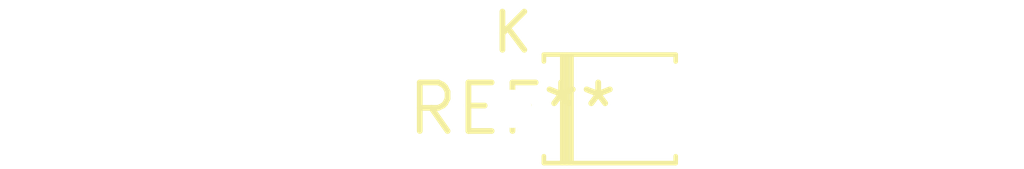
<source format=kicad_pcb>
(kicad_pcb (version 20240108) (generator pcbnew)
  (layers (0 "F.Cu" signal) (31 "B.Cu" signal) (34 "B.Paste" user) (35 "F.Paste" user) (36 "B.SilkS" user "B.Silkscreen") (37 "F.SilkS" user "F.Silkscreen") (38 "B.Mask" user) (39 "F.Mask" user) (44 "Edge.Cuts" user))
  (net 0 "")
  (footprint "D_T-1_P5.08mm_Horizontal" (layer "F.Cu") (at 0 0)
    (property "Reference" "REF**")
    (property "Value" "D_T-1_P5.08mm_Horizontal")
    (fp_line (start 0.82 -1.42) (end 4.26 -1.42) (layer "F.SilkS") (stroke (width 0.12)))
    (fp_line (start 0.82 -1.24) (end 0.82 -1.42) (layer "F.SilkS") (stroke (width 0.12)))
    (fp_line (start 0.82 1.24) (end 0.82 1.42) (layer "F.SilkS") (stroke (width 0.12)))
    (fp_line (start 0.82 1.42) (end 4.26 1.42) (layer "F.SilkS") (stroke (width 0.12)))
    (fp_line (start 1.3 -1.42) (end 1.3 1.42) (layer "F.SilkS") (stroke (width 0.12)))
    (fp_line (start 1.42 -1.42) (end 1.42 1.42) (layer "F.SilkS") (stroke (width 0.12)))
    (fp_line (start 1.54 -1.42) (end 1.54 1.42) (layer "F.SilkS") (stroke (width 0.12)))
    (fp_line (start 4.26 -1.42) (end 4.26 -1.24) (layer "F.SilkS") (stroke (width 0.12)))
    (fp_line (start 4.26 1.42) (end 4.26 1.24) (layer "F.SilkS") (stroke (width 0.12)))
    (fp_text user "K" (at 0 -2 0) (layer "F.SilkS"))
    (pad "1" thru_hole rect (at 0 0) (size 2 2) (drill 1) (layers *.Cu *.Mask) (remove_unused_layers))
    (pad "2" thru_hole oval (at 5.08 0) (size 2 2) (drill 1) (layers *.Cu *.Mask) (remove_unused_layers))
  )
)
</source>
